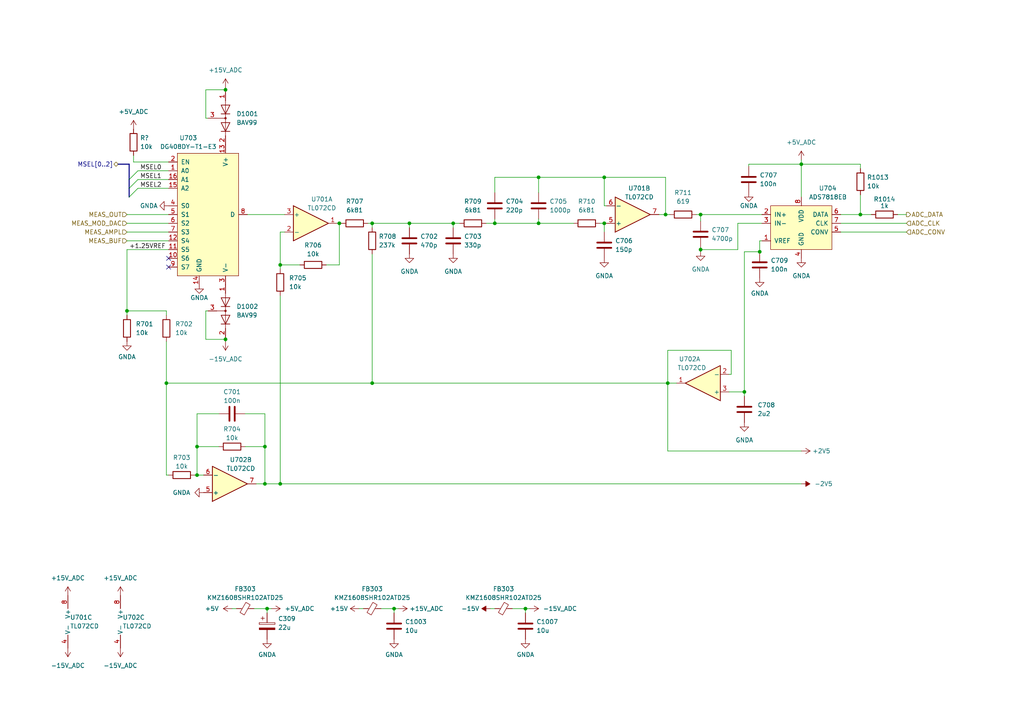
<source format=kicad_sch>
(kicad_sch (version 20230121) (generator eeschema)
  (paper "A4")
  (title_block (date "2023-07-12") (rev "1.1"))
  (lib_symbols
    (symbol "Amplifier_Operational:TL072" (pin_names (offset 0.127))
      (property "Reference" "U" (at 0 5.08 0))
      (property "Value" "TL072" (at 0 -5.08 0))
      (symbol "TL072_1_1"
        (polyline (pts (xy -5.08 5.08) (xy 5.08 0) (xy -5.08 -5.08) (xy -5.08 5.08)) (stroke (width 0.254)) (fill (type background)))
        (pin output line (at 7.62 0 180) (length 2.54) (name "~") (number "1"))
        (pin input line (at -7.62 -2.54 0) (length 2.54) (name "-") (number "2"))
        (pin input line (at -7.62 2.54 0) (length 2.54) (name "+") (number "3"))
      )
      (symbol "TL072_2_1"
        (polyline (pts (xy -5.08 5.08) (xy 5.08 0) (xy -5.08 -5.08) (xy -5.08 5.08)) (stroke (width 0.254)) (fill (type background)))
        (pin input line (at -7.62 2.54 0) (length 2.54) (name "+") (number "5"))
        (pin input line (at -7.62 -2.54 0) (length 2.54) (name "-") (number "6"))
        (pin output line (at 7.62 0 180) (length 2.54) (name "~") (number "7"))
      )
      (symbol "TL072_3_1"
        (pin power_in line (at -2.54 -7.62 90) (length 3.81) (name "V-") (number "4"))
        (pin power_in line (at -2.54 7.62 270) (length 3.81) (name "V+") (number "8"))
      )
    )
    (symbol "Device:C" (pin_numbers hide) (pin_names (offset 0.254))
      (property "Reference" "C" (at 0.635 2.54 0))
      (property "Value" "C" (at 0.635 -2.54 0))
      (symbol "C_0_1"
        (polyline (pts (xy -2.032 -0.762) (xy 2.032 -0.762)) (stroke (width 0.508)))
        (polyline (pts (xy -2.032 0.762) (xy 2.032 0.762)) (stroke (width 0.508)))
      )
      (symbol "C_1_1"
        (pin passive line (at 0 3.81 270) (length 2.794) (name "~") (number "1"))
        (pin passive line (at 0 -3.81 90) (length 2.794) (name "~") (number "2"))
      )
    )
    (symbol "Device:C_Polarized" (pin_numbers hide) (pin_names (offset 0.254))
      (property "Reference" "C" (at 0.635 2.54 0))
      (property "Value" "C_Polarized" (at 0.635 -2.54 0))
      (symbol "C_Polarized_0_1"
        (rectangle (start -2.286 0.508) (end 2.286 1.016))
        (polyline (pts (xy -1.778 2.286) (xy -0.762 2.286)))
        (polyline (pts (xy -1.27 2.794) (xy -1.27 1.778)))
        (rectangle (start 2.286 -0.508) (end -2.286 -1.016) (fill (type outline)))
      )
      (symbol "C_Polarized_1_1"
        (pin passive line (at 0 3.81 270) (length 2.794) (name "~") (number "1"))
        (pin passive line (at 0 -3.81 90) (length 2.794) (name "~") (number "2"))
      )
    )
    (symbol "Device:FerriteBead_Small" (pin_numbers hide) (pin_names (offset 0))
      (property "Reference" "FB" (at 1.905 1.27 0))
      (property "Value" "FerriteBead_Small" (at 1.905 -1.27 0))
      (symbol "FerriteBead_Small_0_1"
        (polyline (pts (xy 0 -1.27) (xy 0 -0.7874)))
        (polyline (pts (xy 0 0.889) (xy 0 1.2954)))
        (polyline (pts (xy -1.8288 0.2794) (xy -1.1176 1.4986) (xy 1.8288 -0.2032) (xy 1.1176 -1.4224) (xy -1.8288 0.2794)))
      )
      (symbol "FerriteBead_Small_1_1"
        (pin passive line (at 0 2.54 270) (length 1.27) (name "~") (number "1"))
        (pin passive line (at 0 -2.54 90) (length 1.27) (name "~") (number "2"))
      )
    )
    (symbol "Device:R" (pin_numbers hide) (pin_names (offset 0))
      (property "Reference" "R" (at 2.032 0 90))
      (property "Value" "R" (at 0 0 90))
      (symbol "R_0_1"
        (rectangle (start -1.016 -2.54) (end 1.016 2.54) (stroke (width 0.254)))
      )
      (symbol "R_1_1"
        (pin passive line (at 0 3.81 270) (length 1.27) (name "~") (number "1"))
        (pin passive line (at 0 -3.81 90) (length 1.27) (name "~") (number "2"))
      )
    )
    (symbol "Diode:BAV99" (pin_names hide)
      (property "Reference" "D" (at 0 5.08 0))
      (property "Value" "BAV99" (at 0 2.54 0))
      (symbol "BAV99_0_1"
        (polyline (pts (xy -5.08 0) (xy 5.08 0)))
      )
      (symbol "BAV99_1_1"
        (polyline (pts (xy 0 0) (xy 0 -2.54)))
        (polyline (pts (xy -1.27 -1.27) (xy -1.27 1.27) (xy -1.27 1.27)) (stroke (width 0.2032)))
        (polyline (pts (xy 3.81 1.27) (xy 3.81 -1.27) (xy 3.81 -1.27)) (stroke (width 0.2032)))
        (polyline (pts (xy -3.81 1.27) (xy -1.27 0) (xy -3.81 -1.27) (xy -3.81 1.27) (xy -3.81 1.27) (xy -3.81 1.27)) (stroke (width 0.2032)))
        (polyline (pts (xy 1.27 1.27) (xy 3.81 0) (xy 1.27 -1.27) (xy 1.27 1.27) (xy 1.27 1.27) (xy 1.27 1.27)) (stroke (width 0.2032)))
        (circle (center 0 0) (radius 0.254) (fill (type outline)))
        (pin passive line (at -7.62 0 0) (length 2.54) (name "K") (number "1"))
        (pin passive line (at 7.62 0 180) (length 2.54) (name "A") (number "2"))
        (pin passive line (at 0 -5.08 90) (length 2.54) (name "K") (number "3"))
      )
    )
    (symbol "ETH1CFGEN1:+15V_ADC" (power) (pin_names (offset 0))
      (property "Value" "+15V_ADC" (at 0 3.556 0))
      (symbol "+15V_ADC_0_1"
        (polyline (pts (xy -0.762 1.27) (xy 0 2.54)))
        (polyline (pts (xy 0 0) (xy 0 2.54)))
        (polyline (pts (xy 0 2.54) (xy 0.762 1.27)))
      )
      (symbol "+15V_ADC_1_1"
        (pin power_in line (at 0 0 90) (length 0) hide (name "+15V_ADC") (number "1"))
      )
    )
    (symbol "ETH1CFGEN1:+5V_ADC" (power) (pin_names (offset 0))
      (property "Value" "+5V_ADC" (at 0 3.556 0))
      (symbol "+5V_ADC_0_1"
        (polyline (pts (xy -0.762 1.27) (xy 0 2.54)))
        (polyline (pts (xy 0 0) (xy 0 2.54)))
        (polyline (pts (xy 0 2.54) (xy 0.762 1.27)))
      )
      (symbol "+5V_ADC_1_1"
        (pin power_in line (at 0 0 90) (length 0) hide (name "+5V_ADC") (number "1"))
      )
    )
    (symbol "ETH1CFGEN1:-15V_ADC" (power) (pin_names (offset 0))
      (property "Value" "-15V_ADC" (at 0 3.556 0))
      (symbol "-15V_ADC_0_1"
        (polyline (pts (xy -0.762 1.27) (xy 0 2.54)))
        (polyline (pts (xy 0 0) (xy 0 2.54)))
        (polyline (pts (xy 0 2.54) (xy 0.762 1.27)))
      )
      (symbol "-15V_ADC_1_1"
        (pin power_in line (at 0 0 90) (length 0) hide (name "-15V_ADC") (number "1"))
      )
    )
    (symbol "ETH1CFGEN1:ADS7818" (pin_names (offset 1.016))
      (property "Reference" "U" (at -6.35 7.62 0))
      (property "Value" "ADS7818" (at 6.35 7.62 0))
      (symbol "ADS7818_0_1"
        (rectangle (start -8.89 6.35) (end 8.89 -6.35) (fill (type background)))
      )
      (symbol "ADS7818_1_1"
        (pin output line (at -11.43 -3.81 0) (length 2.54) (name "VREF") (number "1"))
        (pin input line (at -11.43 3.81 0) (length 2.54) (name "IN+") (number "2"))
        (pin input line (at -11.43 1.27 0) (length 2.54) (name "IN-") (number "3"))
        (pin input line (at 0 -8.89 90) (length 2.54) (name "GND") (number "4"))
        (pin input line (at 11.43 -1.27 180) (length 2.54) (name "CONV") (number "5"))
        (pin input line (at 11.43 3.81 180) (length 2.54) (name "DATA") (number "6"))
        (pin input line (at 11.43 1.27 180) (length 2.54) (name "CLK") (number "7"))
        (pin passive line (at 0 8.89 270) (length 2.54) (name "VDD") (number "8"))
      )
    )
    (symbol "ETH1CFGEN1:DG408DY" (pin_names (offset 1.016))
      (property "Reference" "U" (at -7.62 19.05 0))
      (property "Value" "DG408DY" (at 0 0 0))
      (symbol "DG408DY_0_1"
        (rectangle (start -8.89 17.78) (end 8.89 -17.78) (fill (type background)))
      )
      (symbol "DG408DY_1_1"
        (pin input line (at -11.43 12.7 0) (length 2.54) (name "A0") (number "1"))
        (pin passive line (at -11.43 -12.7 0) (length 2.54) (name "S6") (number "10"))
        (pin passive line (at -11.43 -10.16 0) (length 2.54) (name "S5") (number "11"))
        (pin passive line (at -11.43 -7.62 0) (length 2.54) (name "S4") (number "12"))
        (pin passive line (at 5.08 20.32 270) (length 2.54) (name "V+") (number "13"))
        (pin passive line (at -2.54 -20.32 90) (length 2.54) (name "GND") (number "14"))
        (pin input line (at -11.43 7.62 0) (length 2.54) (name "A2") (number "15"))
        (pin input line (at -11.43 10.16 0) (length 2.54) (name "A1") (number "16"))
        (pin input line (at -11.43 15.24 0) (length 2.54) (name "EN") (number "2"))
        (pin passive line (at 5.08 -20.32 90) (length 2.54) (name "V-") (number "3"))
        (pin passive line (at -11.43 2.54 0) (length 2.54) (name "S0") (number "4"))
        (pin passive line (at -11.43 0 0) (length 2.54) (name "S1") (number "5"))
        (pin passive line (at -11.43 -2.54 0) (length 2.54) (name "S2") (number "6"))
        (pin passive line (at -11.43 -5.08 0) (length 2.54) (name "S3") (number "7"))
        (pin bidirectional line (at 11.43 0 180) (length 2.54) (name "D") (number "8"))
        (pin passive line (at -11.43 -15.24 0) (length 2.54) (name "S7") (number "9"))
      )
    )
    (symbol "power:+15V" (power) (pin_names (offset 0))
      (property "Value" "+15V" (at 0 3.556 0))
      (symbol "+15V_0_1"
        (polyline (pts (xy -0.762 1.27) (xy 0 2.54)))
        (polyline (pts (xy 0 0) (xy 0 2.54)))
        (polyline (pts (xy 0 2.54) (xy 0.762 1.27)))
      )
      (symbol "+15V_1_1"
        (pin power_in line (at 0 0 90) (length 0) hide (name "+15V") (number "1"))
      )
    )
    (symbol "power:+2V5" (power) (pin_names (offset 0))
      (property "Value" "+2V5" (at 0 3.556 0))
      (symbol "+2V5_0_1"
        (polyline (pts (xy -0.762 1.27) (xy 0 2.54)))
        (polyline (pts (xy 0 0) (xy 0 2.54)))
        (polyline (pts (xy 0 2.54) (xy 0.762 1.27)))
      )
      (symbol "+2V5_1_1"
        (pin power_in line (at 0 0 90) (length 0) hide (name "+2V5") (number "1"))
      )
    )
    (symbol "power:+5V" (power) (pin_names (offset 0))
      (property "Value" "+5V" (at 0 3.556 0))
      (symbol "+5V_0_1"
        (polyline (pts (xy -0.762 1.27) (xy 0 2.54)))
        (polyline (pts (xy 0 0) (xy 0 2.54)))
        (polyline (pts (xy 0 2.54) (xy 0.762 1.27)))
      )
      (symbol "+5V_1_1"
        (pin power_in line (at 0 0 90) (length 0) hide (name "+5V") (number "1"))
      )
    )
    (symbol "power:-15V" (power) (pin_names (offset 0))
      (property "Value" "-15V" (at 0 3.81 0))
      (symbol "-15V_0_0"
        (pin power_in line (at 0 0 90) (length 0) hide (name "-15V") (number "1"))
      )
      (symbol "-15V_0_1"
        (polyline (pts (xy 0 0) (xy 0 1.27) (xy 0.762 1.27) (xy 0 2.54) (xy -0.762 1.27) (xy 0 1.27)) (fill (type outline)))
      )
    )
    (symbol "power:-2V5" (power) (pin_names (offset 0))
      (property "Value" "-2V5" (at 0 3.81 0))
      (symbol "-2V5_0_0"
        (pin power_in line (at 0 0 90) (length 0) hide (name "-2V5") (number "1"))
      )
      (symbol "-2V5_0_1"
        (polyline (pts (xy 0 0) (xy 0 1.27) (xy 0.762 1.27) (xy 0 2.54) (xy -0.762 1.27) (xy 0 1.27)) (fill (type outline)))
      )
    )
    (symbol "power:GNDA" (power) (pin_names (offset 0))
      (property "Value" "GNDA" (at 0 -3.81 0))
      (symbol "GNDA_0_1"
        (polyline (pts (xy 0 0) (xy 0 -1.27) (xy 1.27 -1.27) (xy 0 -2.54) (xy -1.27 -1.27) (xy 0 -1.27)))
      )
      (symbol "GNDA_1_1"
        (pin power_in line (at 0 0 270) (length 0) hide (name "GNDA") (number "1"))
      )
    )
  )
  (junction (at 114.3 176.53))
  (junction (at 65.405 98.425))
  (junction (at 76.835 140.335))
  (junction (at 156.21 64.77))
  (junction (at 131.445 64.77))
  (junction (at 36.83 90.17))
  (junction (at 203.2 62.23))
  (junction (at 107.95 111.125))
  (junction (at 48.26 111.125))
  (junction (at 118.745 64.77))
  (junction (at 156.21 51.435))
  (junction (at 193.675 111.125))
  (junction (at 193.04 62.23))
  (junction (at 76.835 129.54))
  (junction (at 57.15 137.795))
  (junction (at 107.95 64.77))
  (junction (at 65.405 26.035))
  (junction (at 77.47 176.53))
  (junction (at 175.26 51.435))
  (junction (at 220.345 73.025))
  (junction (at 152.4 176.53))
  (junction (at 232.41 47.625))
  (junction (at 175.26 64.77))
  (junction (at 215.9 113.665))
  (junction (at 249.555 62.23))
  (junction (at 81.28 140.335))
  (junction (at 81.28 76.835))
  (junction (at 203.2 72.39))
  (junction (at 98.425 64.77))
  (junction (at 143.51 64.77))
  (junction (at 57.15 129.54))
  (no_connect (at 48.895 77.47))
  (no_connect (at 48.895 74.93))
  (bus_entry (at 37.465 57.15) (size 2.54 -2.54))
  (bus_entry (at 37.465 54.61) (size 2.54 -2.54))
  (bus_entry (at 37.465 52.07) (size 2.54 -2.54))
  (wire (pts (xy 48.26 111.125) (xy 107.95 111.125)))
  (wire (pts (xy 152.4 177.8) (xy 152.4 176.53)))
  (wire (pts (xy 63.5 129.54) (xy 57.15 129.54)))
  (wire (pts (xy 40.005 52.07) (xy 48.895 52.07)))
  (wire (pts (xy 249.555 48.895) (xy 249.555 47.625)))
  (wire (pts (xy 65.405 98.425) (xy 65.405 97.79)))
  (wire (pts (xy 114.3 176.53) (xy 115.57 176.53)))
  (wire (pts (xy 173.99 64.77) (xy 175.26 64.77)))
  (wire (pts (xy 81.28 76.835) (xy 81.28 78.105)))
  (wire (pts (xy 193.675 111.125) (xy 193.675 130.81)))
  (wire (pts (xy 215.9 73.025) (xy 220.345 73.025)))
  (wire (pts (xy 76.835 120.015) (xy 76.835 129.54)))
  (wire (pts (xy 212.09 101.6) (xy 212.09 108.585)))
  (wire (pts (xy 76.835 129.54) (xy 71.12 129.54)))
  (wire (pts (xy 98.425 64.77) (xy 97.79 64.77)))
  (wire (pts (xy 203.2 72.39) (xy 203.2 73.025)))
  (wire (pts (xy 118.745 64.77) (xy 131.445 64.77)))
  (wire (pts (xy 243.84 62.23) (xy 249.555 62.23)))
  (wire (pts (xy 59.69 98.425) (xy 65.405 98.425)))
  (wire (pts (xy 201.93 62.23) (xy 203.2 62.23)))
  (wire (pts (xy 193.04 51.435) (xy 193.04 62.23)))
  (wire (pts (xy 65.405 98.425) (xy 65.405 99.06)))
  (wire (pts (xy 217.17 48.26) (xy 217.17 47.625)))
  (wire (pts (xy 86.995 76.835) (xy 81.28 76.835)))
  (wire (pts (xy 193.675 101.6) (xy 212.09 101.6)))
  (wire (pts (xy 193.675 130.81) (xy 232.41 130.81)))
  (wire (pts (xy 59.69 34.29) (xy 59.69 26.035)))
  (wire (pts (xy 40.005 54.61) (xy 48.895 54.61)))
  (wire (pts (xy 76.835 140.335) (xy 76.835 129.54)))
  (wire (pts (xy 114.3 176.53) (xy 110.49 176.53)))
  (wire (pts (xy 249.555 47.625) (xy 232.41 47.625)))
  (wire (pts (xy 203.2 72.39) (xy 213.995 72.39)))
  (wire (pts (xy 38.735 46.99) (xy 38.735 45.085)))
  (wire (pts (xy 194.31 62.23) (xy 193.04 62.23)))
  (wire (pts (xy 106.68 64.77) (xy 107.95 64.77)))
  (wire (pts (xy 57.15 137.795) (xy 59.055 137.795)))
  (wire (pts (xy 232.41 46.355) (xy 232.41 47.625)))
  (wire (pts (xy 156.21 51.435) (xy 175.26 51.435)))
  (wire (pts (xy 48.26 137.795) (xy 48.26 111.125)))
  (wire (pts (xy 203.2 71.755) (xy 203.2 72.39)))
  (bus (pts (xy 37.465 54.61) (xy 37.465 52.07)))
  (wire (pts (xy 152.4 176.53) (xy 148.59 176.53)))
  (wire (pts (xy 118.745 64.77) (xy 107.95 64.77)))
  (wire (pts (xy 203.2 62.23) (xy 220.98 62.23)))
  (wire (pts (xy 193.04 62.23) (xy 191.135 62.23)))
  (wire (pts (xy 175.26 51.435) (xy 175.26 59.69)))
  (wire (pts (xy 81.28 85.725) (xy 81.28 140.335)))
  (wire (pts (xy 40.005 49.53) (xy 48.895 49.53)))
  (wire (pts (xy 81.28 76.835) (xy 81.28 67.31)))
  (wire (pts (xy 71.12 120.015) (xy 76.835 120.015)))
  (wire (pts (xy 36.83 69.85) (xy 48.895 69.85)))
  (wire (pts (xy 48.26 91.44) (xy 48.26 90.17)))
  (wire (pts (xy 107.95 73.66) (xy 107.95 111.125)))
  (wire (pts (xy 36.83 90.17) (xy 36.83 91.44)))
  (wire (pts (xy 143.51 63.5) (xy 143.51 64.77)))
  (wire (pts (xy 36.83 67.31) (xy 48.895 67.31)))
  (wire (pts (xy 213.995 64.77) (xy 220.98 64.77)))
  (wire (pts (xy 143.51 51.435) (xy 143.51 55.88)))
  (wire (pts (xy 36.83 90.17) (xy 48.26 90.17)))
  (wire (pts (xy 213.995 72.39) (xy 213.995 64.77)))
  (wire (pts (xy 71.755 62.23) (xy 82.55 62.23)))
  (wire (pts (xy 77.47 176.53) (xy 73.66 176.53)))
  (wire (pts (xy 152.4 176.53) (xy 153.67 176.53)))
  (wire (pts (xy 77.47 177.8) (xy 77.47 176.53)))
  (wire (pts (xy 104.14 176.53) (xy 105.41 176.53)))
  (wire (pts (xy 56.515 137.795) (xy 57.15 137.795)))
  (wire (pts (xy 211.455 113.665) (xy 215.9 113.665)))
  (wire (pts (xy 36.83 62.23) (xy 48.895 62.23)))
  (wire (pts (xy 59.69 26.035) (xy 65.405 26.035)))
  (wire (pts (xy 249.555 62.23) (xy 252.73 62.23)))
  (wire (pts (xy 76.835 140.335) (xy 81.28 140.335)))
  (wire (pts (xy 215.9 73.025) (xy 215.9 113.665)))
  (wire (pts (xy 81.28 140.335) (xy 232.41 140.335)))
  (wire (pts (xy 74.295 140.335) (xy 76.835 140.335)))
  (wire (pts (xy 215.9 113.665) (xy 215.9 114.935)))
  (wire (pts (xy 156.21 64.77) (xy 156.21 63.5)))
  (wire (pts (xy 57.15 120.015) (xy 57.15 129.54)))
  (wire (pts (xy 36.83 72.39) (xy 48.895 72.39)))
  (wire (pts (xy 143.51 64.77) (xy 156.21 64.77)))
  (wire (pts (xy 65.405 26.035) (xy 65.405 26.67)))
  (wire (pts (xy 203.2 64.135) (xy 203.2 62.23)))
  (wire (pts (xy 36.83 64.77) (xy 48.895 64.77)))
  (wire (pts (xy 175.26 64.77) (xy 175.895 64.77)))
  (wire (pts (xy 243.84 67.31) (xy 262.89 67.31)))
  (wire (pts (xy 98.425 64.77) (xy 99.06 64.77)))
  (wire (pts (xy 243.84 64.77) (xy 262.89 64.77)))
  (wire (pts (xy 175.26 67.31) (xy 175.26 64.77)))
  (wire (pts (xy 220.345 73.025) (xy 220.345 69.85)))
  (bus (pts (xy 37.465 52.07) (xy 37.465 47.625)))
  (wire (pts (xy 114.3 177.8) (xy 114.3 176.53)))
  (wire (pts (xy 212.09 108.585) (xy 211.455 108.585)))
  (wire (pts (xy 60.325 90.17) (xy 59.69 90.17)))
  (wire (pts (xy 59.69 90.17) (xy 59.69 98.425)))
  (wire (pts (xy 67.31 176.53) (xy 68.58 176.53)))
  (wire (pts (xy 249.555 62.23) (xy 249.555 56.515)))
  (wire (pts (xy 60.325 34.29) (xy 59.69 34.29)))
  (wire (pts (xy 36.83 72.39) (xy 36.83 90.17)))
  (wire (pts (xy 193.675 111.125) (xy 196.215 111.125)))
  (wire (pts (xy 48.895 46.99) (xy 38.735 46.99)))
  (wire (pts (xy 48.26 99.06) (xy 48.26 111.125)))
  (wire (pts (xy 140.97 64.77) (xy 143.51 64.77)))
  (wire (pts (xy 57.15 129.54) (xy 57.15 137.795)))
  (wire (pts (xy 65.405 25.4) (xy 65.405 26.035)))
  (wire (pts (xy 118.745 66.04) (xy 118.745 64.77)))
  (wire (pts (xy 143.51 51.435) (xy 156.21 51.435)))
  (wire (pts (xy 48.895 137.795) (xy 48.26 137.795)))
  (wire (pts (xy 193.675 111.125) (xy 107.95 111.125)))
  (wire (pts (xy 232.41 47.625) (xy 232.41 57.15)))
  (wire (pts (xy 156.21 51.435) (xy 156.21 55.88)))
  (wire (pts (xy 175.26 51.435) (xy 193.04 51.435)))
  (wire (pts (xy 81.28 67.31) (xy 82.55 67.31)))
  (wire (pts (xy 131.445 64.77) (xy 133.35 64.77)))
  (wire (pts (xy 94.615 76.835) (xy 98.425 76.835)))
  (wire (pts (xy 260.35 62.23) (xy 262.89 62.23)))
  (bus (pts (xy 34.29 47.625) (xy 37.465 47.625)))
  (wire (pts (xy 142.24 176.53) (xy 143.51 176.53)))
  (wire (pts (xy 57.15 120.015) (xy 63.5 120.015)))
  (wire (pts (xy 107.95 66.04) (xy 107.95 64.77)))
  (wire (pts (xy 220.345 69.85) (xy 220.98 69.85)))
  (wire (pts (xy 77.47 176.53) (xy 78.74 176.53)))
  (wire (pts (xy 98.425 76.835) (xy 98.425 64.77)))
  (wire (pts (xy 175.26 59.69) (xy 175.895 59.69)))
  (bus (pts (xy 37.465 57.15) (xy 37.465 54.61)))
  (wire (pts (xy 131.445 66.04) (xy 131.445 64.77)))
  (wire (pts (xy 193.675 101.6) (xy 193.675 111.125)))
  (wire (pts (xy 156.21 64.77) (xy 166.37 64.77)))
  (wire (pts (xy 217.17 47.625) (xy 232.41 47.625)))
  (label "MSEL1" (at 40.64 52.07 0))
  (label "MSEL0" (at 40.64 49.53 0))
  (label "+1.25VREF" (at 37.465 72.39 0))
  (label "MSEL2" (at 40.64 54.61 0))
  (hierarchical_label "ADC_CLK" (shape input) (at 262.89 64.77 0))
  (hierarchical_label "MEAS_BUF" (shape input) (at 36.83 69.85 180))
  (hierarchical_label "MEAS_MOD_DAC" (shape input) (at 36.83 64.77 180))
  (hierarchical_label "MEAS_AMPL" (shape input) (at 36.83 67.31 180))
  (hierarchical_label "MEAS_OUT" (shape input) (at 36.83 62.23 180))
  (hierarchical_label "ADC_CONV" (shape input) (at 262.89 67.31 0))
  (hierarchical_label "ADC_DATA" (shape output) (at 262.89 62.23 0))
  (hierarchical_label "MSEL[0..2]" (shape bidirectional) (at 34.29 47.625 180))
  (symbol (lib_id "Device:C") (at 203.2 67.945 0) (unit 1)
    (property "Reference" "C707" (at 206.375 66.675 0) (effects (justify left)))
    (property "Value" "4700p" (at 206.375 69.215 0) (effects (justify left)))
    (property "Footprint" "Capacitor_SMD:C_0603_1608Metric_Pad1.08x0.95mm_HandSolder" (effects hide))
    (instances (project "ETH1CFGEN1B" (path "" (reference "C707") (unit 1))) (project "ETH1CFGEN1" (path "" (reference "C1010") (unit 1))))
  )
  (symbol (lib_id "Device:C") (at 152.4 181.61 0) (unit 1)
    (property "Reference" "C1007" (at 155.575 180.34 0) (effects (justify left)))
    (property "Value" "10u" (at 155.575 182.88 0) (effects (justify left)))
    (property "Footprint" "Capacitor_SMD:C_1206_3216Metric_Pad1.33x1.80mm_HandSolder" (effects hide))
  )
  (symbol (lib_id "power:GNDA") (at 57.785 82.55 0) (unit 1)
    (property "Reference" "#PWR0703" (effects hide))
    (property "Value" "GNDA" (at 57.785 86.36 0))
    (instances (project "ETH1CFGEN1B" (path "" (reference "#PWR0703") (unit 1))) (project "ETH1CFGEN1" (path "" (reference "#PWR01008") (unit 1))))
  )
  (symbol (lib_id "Device:R") (at 102.87 64.77 90) (unit 1)
    (property "Reference" "R707" (at 102.87 58.42 90))
    (property "Value" "6k81" (at 102.87 60.96 90))
    (property "Footprint" "Resistor_SMD:R_0603_1608Metric_Pad0.98x0.95mm_HandSolder" (effects hide))
    (instances (project "ETH1CFGEN1B" (path "" (reference "R707") (unit 1))) (project "ETH1CFGEN1" (path "" (reference "R1008") (unit 1))))
  )
  (symbol (lib_id "Amplifier_Operational:TL072") (at 66.675 140.335 0) (mirror x) (unit 2)
    (property "Reference" "U702" (at 69.85 133.35 0))
    (property "Value" "TL072CD" (at 69.85 135.89 0))
    (property "Footprint" "Package_SO:SOIC-8_3.9x4.9mm_P1.27mm" (effects hide))
    (property "Datasheet" "http://www.ti.com/lit/ds/symlink/tl071.pdf" (effects hide))
    (instances (project "ETH1CFGEN1B" (path "" (reference "U702") (unit 2))) (project "ETH1CFGEN1" (path "" (reference "U1002") (unit 2))))
  )
  (symbol (lib_id "ETH1CFGEN1:-15V_ADC") (at 34.925 187.96 180) (unit 1)
    (property "Reference" "#PWR01004" (effects hide))
    (property "Value" "-15V_ADC" (at 34.925 193.04 0))
  )
  (symbol (lib_id "power:-2V5") (at 232.41 140.335 270) (unit 1)
    (property "Reference" "#PWR0712" (effects hide))
    (property "Value" "-2V5" (at 236.22 140.335 90) (effects (justify left)))
    (instances (project "ETH1CFGEN1B" (path "" (reference "#PWR0712") (unit 1))) (project "ETH1CFGEN1" (path "" (reference "#PWR01031") (unit 1))))
  )
  (symbol (lib_id "power:+15V") (at 104.14 176.53 90) (unit 1)
    (property "Reference" "#PWR01015" (effects hide))
    (property "Value" "+15V" (at 100.965 176.53 90) (effects (justify left)))
  )
  (symbol (lib_id "ETH1CFGEN1:+5V_ADC") (at 232.41 46.355 0) (unit 1)
    (property "Reference" "#PWR01028" (effects hide))
    (property "Value" "+5V_ADC" (at 232.41 41.275 0))
  )
  (symbol (lib_id "Device:R") (at 52.705 137.795 90) (unit 1)
    (property "Reference" "R703" (at 52.705 132.715 90))
    (property "Value" "10k" (at 52.705 135.255 90))
    (property "Footprint" "Resistor_SMD:R_0603_1608Metric_Pad0.98x0.95mm_HandSolder" (effects hide))
    (instances (project "ETH1CFGEN1B" (path "" (reference "R703") (unit 1))) (project "ETH1CFGEN1" (path "" (reference "R1004") (unit 1))))
  )
  (symbol (lib_id "ETH1CFGEN1:+15V_ADC") (at 115.57 176.53 270) (unit 1)
    (property "Reference" "#PWR01017" (effects hide))
    (property "Value" "+15V_ADC" (at 118.745 176.53 90) (effects (justify left)))
  )
  (symbol (lib_id "ETH1CFGEN1:+5V_ADC") (at 78.74 176.53 270) (unit 1)
    (property "Reference" "#PWR01014" (effects hide))
    (property "Value" "+5V_ADC" (at 82.55 176.53 90) (effects (justify left)))
  )
  (symbol (lib_id "power:GNDA") (at 131.445 73.66 0) (unit 1)
    (property "Reference" "#PWR0705" (effects hide))
    (property "Value" "GNDA" (at 131.445 78.74 0))
    (instances (project "ETH1CFGEN1B" (path "" (reference "#PWR0705") (unit 1))) (project "ETH1CFGEN1" (path "" (reference "#PWR01019") (unit 1))))
  )
  (symbol (lib_id "Device:C") (at 175.26 71.12 0) (unit 1)
    (property "Reference" "C706" (at 178.435 69.85 0) (effects (justify left)))
    (property "Value" "150p" (at 178.435 72.39 0) (effects (justify left)))
    (property "Footprint" "Capacitor_SMD:C_0603_1608Metric_Pad1.08x0.95mm_HandSolder" (effects hide))
    (instances (project "ETH1CFGEN1B" (path "" (reference "C706") (unit 1))) (project "ETH1CFGEN1" (path "" (reference "C1009") (unit 1))))
  )
  (symbol (lib_id "power:GNDA") (at 232.41 74.93 0) (unit 1)
    (property "Reference" "#PWR0710" (effects hide))
    (property "Value" "GNDA" (at 232.41 80.01 0))
    (instances (project "ETH1CFGEN1B" (path "" (reference "#PWR0710") (unit 1))) (project "ETH1CFGEN1" (path "" (reference "#PWR01029") (unit 1))))
  )
  (symbol (lib_id "ETH1CFGEN1:+5V_ADC") (at 38.735 37.465 0) (unit 1)
    (property "Reference" "#PWR01006" (effects hide))
    (property "Value" "+5V_ADC" (at 38.735 32.385 0))
  )
  (symbol (lib_id "Device:FerriteBead_Small") (at 146.05 176.53 90) (unit 1)
    (property "Reference" "FB303" (at 146.05 170.815 90))
    (property "Value" "KMZ1608SHR102ATD25" (at 146.05 173.355 90))
    (property "Footprint" "Inductor_SMD:L_0603_1608Metric_Pad1.05x0.95mm_HandSolder" (effects hide))
    (instances (project "ETH1CFGEN1B" (path "" (reference "FB303") (unit 1)) (path "" (reference "FB601") (unit 1))) (project "ETH1CFGEN1" (path "" (reference "FB901") (unit 1)) (path "" (reference "FB1003") (unit 1))))
  )
  (symbol (lib_id "Device:C_Polarized") (at 77.47 181.61 0) (unit 1)
    (property "Reference" "C309" (at 80.645 179.451 0) (effects (justify left)))
    (property "Value" "22u" (at 80.645 181.991 0) (effects (justify left)))
    (property "Footprint" "Capacitor_Tantalum_SMD:CP_EIA-7343-31_Kemet-D_Pad2.25x2.55mm_HandSolder" (effects hide))
    (instances (project "ETH1CFGEN1B" (path "" (reference "C309") (unit 1)) (path "" (reference "C606") (unit 1))) (project "ETH1CFGEN1" (path "" (reference "C906") (unit 1)) (path "" (reference "C1002") (unit 1))))
  )
  (symbol (lib_id "Device:C") (at 131.445 69.85 0) (unit 1)
    (property "Reference" "C703" (at 134.62 68.58 0) (effects (justify left)))
    (property "Value" "330p" (at 134.62 71.12 0) (effects (justify left)))
    (property "Footprint" "Capacitor_SMD:C_0603_1608Metric_Pad1.08x0.95mm_HandSolder" (effects hide))
    (instances (project "ETH1CFGEN1B" (path "" (reference "C703") (unit 1))) (project "ETH1CFGEN1" (path "" (reference "C1005") (unit 1))))
  )
  (symbol (lib_id "power:+2V5") (at 232.41 130.81 270) (unit 1)
    (property "Reference" "#PWR0711" (effects hide))
    (property "Value" "+2V5" (at 235.585 130.81 90) (effects (justify left)))
    (instances (project "ETH1CFGEN1B" (path "" (reference "#PWR0711") (unit 1))) (project "ETH1CFGEN1" (path "" (reference "#PWR01030") (unit 1))))
  )
  (symbol (lib_id "Device:C") (at 217.17 52.07 0) (unit 1)
    (property "Reference" "C707" (at 220.345 50.8 0) (effects (justify left)))
    (property "Value" "100n" (at 220.345 53.34 0) (effects (justify left)))
    (property "Footprint" "Capacitor_SMD:C_0603_1608Metric_Pad1.08x0.95mm_HandSolder" (effects hide))
    (instances (project "ETH1CFGEN1B" (path "" (reference "C707") (unit 1))) (project "ETH1CFGEN1" (path "" (reference "C1012") (unit 1))))
  )
  (symbol (lib_id "ETH1CFGEN1:-15V_ADC") (at 65.405 99.06 180) (unit 1)
    (property "Reference" "#PWR01011" (effects hide))
    (property "Value" "-15V_ADC" (at 65.405 104.14 0))
  )
  (symbol (lib_id "power:+5V") (at 67.31 176.53 90) (unit 1)
    (property "Reference" "#PWR01012" (effects hide))
    (property "Value" "+5V" (at 63.5 176.53 90) (effects (justify left)))
  )
  (symbol (lib_id "power:GNDA") (at 77.47 185.42 0) (unit 1)
    (property "Reference" "#PWR01013" (effects hide))
    (property "Value" "GNDA" (at 77.47 189.865 0))
  )
  (symbol (lib_id "power:GNDA") (at 220.345 80.645 0) (unit 1)
    (property "Reference" "#PWR0709" (effects hide))
    (property "Value" "GNDA" (at 220.345 85.09 0))
    (instances (project "ETH1CFGEN1B" (path "" (reference "#PWR0709") (unit 1))) (project "ETH1CFGEN1" (path "" (reference "#PWR01027") (unit 1))))
  )
  (symbol (lib_id "Device:C") (at 143.51 59.69 0) (unit 1)
    (property "Reference" "C704" (at 146.685 58.42 0) (effects (justify left)))
    (property "Value" "220p" (at 146.685 60.96 0) (effects (justify left)))
    (property "Footprint" "Capacitor_SMD:C_0603_1608Metric_Pad1.08x0.95mm_HandSolder" (effects hide))
    (instances (project "ETH1CFGEN1B" (path "" (reference "C704") (unit 1))) (project "ETH1CFGEN1" (path "" (reference "C1006") (unit 1))))
  )
  (symbol (lib_id "power:-15V") (at 142.24 176.53 90) (unit 1)
    (property "Reference" "#PWR01020" (effects hide))
    (property "Value" "-15V" (at 139.065 176.53 90) (effects (justify left)))
  )
  (symbol (lib_id "ETH1CFGEN1:+15V_ADC") (at 19.685 172.72 0) (unit 1)
    (property "Reference" "#PWR01001" (effects hide))
    (property "Value" "+15V_ADC" (at 19.685 167.64 0))
  )
  (symbol (lib_id "Amplifier_Operational:TL072") (at 183.515 62.23 0) (mirror x) (unit 2)
    (property "Reference" "U701" (at 185.42 54.61 0))
    (property "Value" "TL072CD" (at 185.42 57.15 0))
    (property "Footprint" "Package_SO:SOIC-8_3.9x4.9mm_P1.27mm" (effects hide))
    (property "Datasheet" "http://www.ti.com/lit/ds/symlink/tl071.pdf" (effects hide))
    (instances (project "ETH1CFGEN1B" (path "" (reference "U701") (unit 2))) (project "ETH1CFGEN1" (path "" (reference "U1001") (unit 2))))
  )
  (symbol (lib_id "Diode:BAV99") (at 65.405 34.29 270) (unit 1)
    (property "Reference" "D1001" (at 68.58 33.02 90) (effects (justify left)))
    (property "Value" "BAV99" (at 68.58 35.56 90) (effects (justify left)))
    (property "Footprint" "Package_TO_SOT_SMD:SOT-23" (effects hide))
    (property "Datasheet" "https://assets.nexperia.com/documents/data-sheet/BAV99_SER.pdf" (effects hide))
  )
  (symbol (lib_id "Device:FerriteBead_Small") (at 71.12 176.53 90) (unit 1)
    (property "Reference" "FB303" (at 71.12 170.815 90))
    (property "Value" "KMZ1608SHR102ATD25" (at 71.12 173.355 90))
    (property "Footprint" "Inductor_SMD:L_0603_1608Metric_Pad1.05x0.95mm_HandSolder" (effects hide))
    (instances (project "ETH1CFGEN1B" (path "" (reference "FB303") (unit 1)) (path "" (reference "FB601") (unit 1))) (project "ETH1CFGEN1" (path "" (reference "FB901") (unit 1)) (path "" (reference "FB1001") (unit 1))))
  )
  (symbol (lib_id "power:GNDA") (at 215.9 122.555 0) (unit 1)
    (property "Reference" "#PWR0708" (effects hide))
    (property "Value" "GNDA" (at 215.9 127.635 0))
    (instances (project "ETH1CFGEN1B" (path "" (reference "#PWR0708") (unit 1))) (project "ETH1CFGEN1" (path "" (reference "#PWR01025") (unit 1))))
  )
  (symbol (lib_id "ETH1CFGEN1:ADS7818") (at 232.41 66.04 0) (unit 1)
    (property "Reference" "U704" (at 237.49 54.61 0) (effects (justify left)))
    (property "Value" "ADS7818EB" (at 234.6041 57.15 0) (effects (justify left)))
    (property "Footprint" "Package_SO:TSSOP-8_3x3mm_P0.65mm" (effects hide))
    (instances (project "ETH1CFGEN1B" (path "" (reference "U704") (unit 1))) (project "ETH1CFGEN1" (path "" (reference "U1004") (unit 1))))
  )
  (symbol (lib_id "Amplifier_Operational:TL072") (at 90.17 64.77 0) (unit 1)
    (property "Reference" "U701" (at 93.345 57.785 0))
    (property "Value" "TL072CD" (at 93.345 60.325 0))
    (property "Footprint" "Package_SO:SOIC-8_3.9x4.9mm_P1.27mm" (effects hide))
    (property "Datasheet" "http://www.ti.com/lit/ds/symlink/tl071.pdf" (effects hide))
    (instances (project "ETH1CFGEN1B" (path "" (reference "U701") (unit 1))) (project "ETH1CFGEN1" (path "" (reference "U1001") (unit 1))))
  )
  (symbol (lib_id "Device:C") (at 114.3 181.61 0) (unit 1)
    (property "Reference" "C1003" (at 117.475 180.34 0) (effects (justify left)))
    (property "Value" "10u" (at 117.475 182.88 0) (effects (justify left)))
    (property "Footprint" "Capacitor_SMD:C_1206_3216Metric_Pad1.33x1.80mm_HandSolder" (effects hide))
  )
  (symbol (lib_id "Device:R") (at 137.16 64.77 90) (unit 1)
    (property "Reference" "R709" (at 137.16 58.42 90))
    (property "Value" "6k81" (at 137.16 60.96 90))
    (property "Footprint" "Resistor_SMD:R_0603_1608Metric_Pad0.98x0.95mm_HandSolder" (effects hide))
    (instances (project "ETH1CFGEN1B" (path "" (reference "R709") (unit 1))) (project "ETH1CFGEN1" (path "" (reference "R1010") (unit 1))))
  )
  (symbol (lib_id "Device:R") (at 249.555 52.705 0) (unit 1)
    (property "Reference" "R1013" (at 251.46 51.435 0) (effects (justify left)))
    (property "Value" "10k" (at 251.46 53.975 0) (effects (justify left)))
    (property "Footprint" "Resistor_SMD:R_0603_1608Metric_Pad0.98x0.95mm_HandSolder" (effects hide))
  )
  (symbol (lib_id "Device:R") (at 170.18 64.77 90) (unit 1)
    (property "Reference" "R710" (at 170.18 58.42 90))
    (property "Value" "6k81" (at 170.18 60.96 90))
    (property "Footprint" "Resistor_SMD:R_0603_1608Metric_Pad0.98x0.95mm_HandSolder" (effects hide))
    (instances (project "ETH1CFGEN1B" (path "" (reference "R710") (unit 1))) (project "ETH1CFGEN1" (path "" (reference "R1011") (unit 1))))
  )
  (symbol (lib_id "power:GNDA") (at 217.17 55.88 0) (unit 1)
    (property "Reference" "#PWR0707" (effects hide))
    (property "Value" "GNDA" (at 217.17 59.69 0))
    (instances (project "ETH1CFGEN1B" (path "" (reference "#PWR0707") (unit 1))) (project "ETH1CFGEN1" (path "" (reference "#PWR01026") (unit 1))))
  )
  (symbol (lib_id "Device:FerriteBead_Small") (at 107.95 176.53 90) (unit 1)
    (property "Reference" "FB303" (at 107.95 170.815 90))
    (property "Value" "KMZ1608SHR102ATD25" (at 107.95 173.355 90))
    (property "Footprint" "Inductor_SMD:L_0603_1608Metric_Pad1.05x0.95mm_HandSolder" (effects hide))
    (instances (project "ETH1CFGEN1B" (path "" (reference "FB303") (unit 1)) (path "" (reference "FB601") (unit 1))) (project "ETH1CFGEN1" (path "" (reference "FB901") (unit 1)) (path "" (reference "FB1002") (unit 1))))
  )
  (symbol (lib_id "Device:R") (at 107.95 69.85 0) (unit 1)
    (property "Reference" "R708" (at 109.855 68.58 0) (effects (justify left)))
    (property "Value" "237k" (at 109.855 71.12 0) (effects (justify left)))
    (property "Footprint" "Resistor_SMD:R_0603_1608Metric_Pad0.98x0.95mm_HandSolder" (effects hide))
    (instances (project "ETH1CFGEN1B" (path "" (reference "R708") (unit 1))) (project "ETH1CFGEN1" (path "" (reference "R1009") (unit 1))))
  )
  (symbol (lib_id "Device:R") (at 36.83 95.25 0) (unit 1)
    (property "Reference" "R701" (at 39.37 93.98 0) (effects (justify left)))
    (property "Value" "10k" (at 39.37 96.52 0) (effects (justify left)))
    (property "Footprint" "Resistor_SMD:R_0603_1608Metric_Pad0.98x0.95mm_HandSolder" (effects hide))
    (instances (project "ETH1CFGEN1B" (path "" (reference "R701") (unit 1))) (project "ETH1CFGEN1" (path "" (reference "R1001") (unit 1))))
  )
  (symbol (lib_id "power:GNDA") (at 203.2 73.025 0) (unit 1)
    (property "Reference" "#PWR0707" (effects hide))
    (property "Value" "GNDA" (at 203.2 78.105 0))
    (instances (project "ETH1CFGEN1B" (path "" (reference "#PWR0707") (unit 1))) (project "ETH1CFGEN1" (path "" (reference "#PWR01024") (unit 1))))
  )
  (symbol (lib_id "power:GNDA") (at 175.26 74.93 0) (unit 1)
    (property "Reference" "#PWR0706" (effects hide))
    (property "Value" "GNDA" (at 175.26 80.01 0))
    (instances (project "ETH1CFGEN1B" (path "" (reference "#PWR0706") (unit 1))) (project "ETH1CFGEN1" (path "" (reference "#PWR01023") (unit 1))))
  )
  (symbol (lib_id "ETH1CFGEN1:DG408DY") (at 60.325 62.23 0) (unit 1)
    (property "Reference" "U703" (at 54.61 40.005 0))
    (property "Value" "DG408DY-T1-E3" (at 54.61 42.545 0))
    (property "Footprint" "Package_SO:SOIC-16_3.9x9.9mm_P1.27mm" (effects hide))
    (instances (project "ETH1CFGEN1B" (path "" (reference "U703") (unit 1))) (project "ETH1CFGEN1" (path "" (reference "U1003") (unit 1))))
  )
  (symbol (lib_id "power:GNDA") (at 152.4 185.42 0) (unit 1)
    (property "Reference" "#PWR01021" (effects hide))
    (property "Value" "GNDA" (at 152.4 189.865 0))
  )
  (symbol (lib_id "power:GNDA") (at 36.83 99.06 0) (unit 1)
    (property "Reference" "#PWR0701" (effects hide))
    (property "Value" "GNDA" (at 36.83 103.505 0))
    (instances (project "ETH1CFGEN1B" (path "" (reference "#PWR0701") (unit 1))) (project "ETH1CFGEN1" (path "" (reference "#PWR01005") (unit 1))))
  )
  (symbol (lib_id "power:GNDA") (at 118.745 73.66 0) (unit 1)
    (property "Reference" "#PWR0704" (effects hide))
    (property "Value" "GNDA" (at 118.745 78.74 0))
    (instances (project "ETH1CFGEN1B" (path "" (reference "#PWR0704") (unit 1))) (project "ETH1CFGEN1" (path "" (reference "#PWR01018") (unit 1))))
  )
  (symbol (lib_id "Device:R") (at 48.26 95.25 0) (unit 1)
    (property "Reference" "R702" (at 50.8 93.98 0) (effects (justify left)))
    (property "Value" "10k" (at 50.8 96.52 0) (effects (justify left)))
    (property "Footprint" "Resistor_SMD:R_0603_1608Metric_Pad0.98x0.95mm_HandSolder" (effects hide))
    (instances (project "ETH1CFGEN1B" (path "" (reference "R702") (unit 1))) (project "ETH1CFGEN1" (path "" (reference "R1003") (unit 1))))
  )
  (symbol (lib_id "Device:R") (at 38.735 41.275 0) (unit 1)
    (property "Reference" "R?" (at 40.64 40.005 0) (effects (justify left)))
    (property "Value" "10k" (at 40.64 42.545 0) (effects (justify left)))
    (property "Footprint" "Resistor_SMD:R_0603_1608Metric_Pad0.98x0.95mm_HandSolder" (effects hide))
    (instances (project "ETH1CFGEN1B" (path "" (reference "R?") (unit 1))) (project "ETH1CFGEN1" (path "" (reference "R1002") (unit 1))))
  )
  (symbol (lib_id "power:GNDA") (at 48.895 59.69 270) (unit 1)
    (property "Reference" "#PWR0703" (effects hide))
    (property "Value" "GNDA" (at 43.18 59.69 90))
    (instances (project "ETH1CFGEN1B" (path "" (reference "#PWR0703") (unit 1))) (project "ETH1CFGEN1" (path "" (reference "#PWR01007") (unit 1))))
  )
  (symbol (lib_id "Amplifier_Operational:TL072") (at 22.225 180.34 0) (unit 3)
    (property "Reference" "U701" (at 20.32 179.07 0) (effects (justify left)))
    (property "Value" "TL072CD" (at 20.32 181.61 0) (effects (justify left)))
    (property "Footprint" "Package_SO:SOIC-8_3.9x4.9mm_P1.27mm" (effects hide))
    (property "Datasheet" "http://www.ti.com/lit/ds/symlink/tl071.pdf" (effects hide))
    (instances (project "ETH1CFGEN1B" (path "" (reference "U701") (unit 3))) (project "ETH1CFGEN1" (path "" (reference "U1001") (unit 3))))
  )
  (symbol (lib_id "Device:R") (at 256.54 62.23 90) (unit 1)
    (property "Reference" "R1014" (at 256.54 57.785 90))
    (property "Value" "1k" (at 256.54 59.69 90))
    (property "Footprint" "Resistor_SMD:R_0603_1608Metric_Pad0.98x0.95mm_HandSolder" (effects hide))
  )
  (symbol (lib_id "Amplifier_Operational:TL072") (at 37.465 180.34 0) (unit 3)
    (property "Reference" "U702" (at 35.56 179.07 0) (effects (justify left)))
    (property "Value" "TL072CD" (at 35.56 181.61 0) (effects (justify left)))
    (property "Footprint" "Package_SO:SOIC-8_3.9x4.9mm_P1.27mm" (effects hide))
    (property "Datasheet" "http://www.ti.com/lit/ds/symlink/tl071.pdf" (effects hide))
    (instances (project "ETH1CFGEN1B" (path "" (reference "U702") (unit 3))) (project "ETH1CFGEN1" (path "" (reference "U1002") (unit 3))))
  )
  (symbol (lib_id "Device:C") (at 215.9 118.745 0) (unit 1)
    (property "Reference" "C708" (at 219.71 117.475 0) (effects (justify left)))
    (property "Value" "2u2" (at 219.71 120.015 0) (effects (justify left)))
    (property "Footprint" "Capacitor_SMD:C_1206_3216Metric_Pad1.33x1.80mm_HandSolder" (effects hide))
    (instances (project "ETH1CFGEN1B" (path "" (reference "C708") (unit 1))) (project "ETH1CFGEN1" (path "" (reference "C1011") (unit 1))))
  )
  (symbol (lib_id "Device:C") (at 220.345 76.835 0) (unit 1)
    (property "Reference" "C709" (at 223.52 75.565 0) (effects (justify left)))
    (property "Value" "100n" (at 223.52 78.105 0) (effects (justify left)))
    (property "Footprint" "Capacitor_SMD:C_0603_1608Metric_Pad1.08x0.95mm_HandSolder" (effects hide))
    (instances (project "ETH1CFGEN1B" (path "" (reference "C709") (unit 1))) (project "ETH1CFGEN1" (path "" (reference "C1013") (unit 1))))
  )
  (symbol (lib_id "ETH1CFGEN1:+15V_ADC") (at 34.925 172.72 0) (unit 1)
    (property "Reference" "#PWR01003" (effects hide))
    (property "Value" "+15V_ADC" (at 34.925 167.64 0))
  )
  (symbol (lib_id "Diode:BAV99") (at 65.405 90.17 270) (unit 1)
    (property "Reference" "D1002" (at 68.58 88.9 90) (effects (justify left)))
    (property "Value" "BAV99" (at 68.58 91.44 90) (effects (justify left)))
    (property "Footprint" "Package_TO_SOT_SMD:SOT-23" (effects hide))
    (property "Datasheet" "https://assets.nexperia.com/documents/data-sheet/BAV99_SER.pdf" (effects hide))
  )
  (symbol (lib_id "Amplifier_Operational:TL072") (at 203.835 111.125 180) (unit 1)
    (property "Reference" "U702" (at 200.025 104.14 0))
    (property "Value" "TL072CD" (at 200.66 106.68 0))
    (property "Footprint" "Package_SO:SOIC-8_3.9x4.9mm_P1.27mm" (effects hide))
    (property "Datasheet" "http://www.ti.com/lit/ds/symlink/tl071.pdf" (effects hide))
    (instances (project "ETH1CFGEN1B" (path "" (reference "U702") (unit 1))) (project "ETH1CFGEN1" (path "" (reference "U1002") (unit 1))))
  )
  (symbol (lib_id "ETH1CFGEN1:-15V_ADC") (at 153.67 176.53 270) (unit 1)
    (property "Reference" "#PWR01022" (effects hide))
    (property "Value" "-15V_ADC" (at 157.48 176.53 90) (effects (justify left)))
  )
  (symbol (lib_id "Device:C") (at 67.31 120.015 90) (unit 1)
    (property "Reference" "C701" (at 67.31 113.665 90))
    (property "Value" "100n" (at 67.31 116.205 90))
    (property "Footprint" "Capacitor_SMD:C_0603_1608Metric_Pad1.08x0.95mm_HandSolder" (effects hide))
    (instances (project "ETH1CFGEN1B" (path "" (reference "C701") (unit 1))) (project "ETH1CFGEN1" (path "" (reference "C1001") (unit 1))))
  )
  (symbol (lib_id "Device:R") (at 90.805 76.835 90) (unit 1)
    (property "Reference" "R706" (at 90.805 71.12 90))
    (property "Value" "10k" (at 90.805 73.66 90))
    (property "Footprint" "Resistor_SMD:R_0603_1608Metric_Pad0.98x0.95mm_HandSolder" (effects hide))
    (instances (project "ETH1CFGEN1B" (path "" (reference "R706") (unit 1))) (project "ETH1CFGEN1" (path "" (reference "R1007") (unit 1))))
  )
  (symbol (lib_id "power:GNDA") (at 59.055 142.875 270) (unit 1)
    (property "Reference" "#PWR0702" (effects hide))
    (property "Value" "GNDA" (at 55.245 142.875 90) (effects (justify right)))
    (instances (project "ETH1CFGEN1B" (path "" (reference "#PWR0702") (unit 1))) (project "ETH1CFGEN1" (path "" (reference "#PWR01009") (unit 1))))
  )
  (symbol (lib_id "Device:C") (at 118.745 69.85 0) (unit 1)
    (property "Reference" "C702" (at 121.92 68.58 0) (effects (justify left)))
    (property "Value" "470p" (at 121.92 71.12 0) (effects (justify left)))
    (property "Footprint" "Capacitor_SMD:C_0603_1608Metric_Pad1.08x0.95mm_HandSolder" (effects hide))
    (instances (project "ETH1CFGEN1B" (path "" (reference "C702") (unit 1))) (project "ETH1CFGEN1" (path "" (reference "C1004") (unit 1))))
  )
  (symbol (lib_id "power:GNDA") (at 114.3 185.42 0) (unit 1)
    (property "Reference" "#PWR01016" (effects hide))
    (property "Value" "GNDA" (at 114.3 189.865 0))
  )
  (symbol (lib_id "Device:R") (at 198.12 62.23 90) (unit 1)
    (property "Reference" "R711" (at 198.12 55.88 90))
    (property "Value" "619" (at 198.12 58.42 90))
    (property "Footprint" "Resistor_SMD:R_0603_1608Metric_Pad0.98x0.95mm_HandSolder" (effects hide))
    (instances (project "ETH1CFGEN1B" (path "" (reference "R711") (unit 1))) (project "ETH1CFGEN1" (path "" (reference "R1012") (unit 1))))
  )
  (symbol (lib_id "Device:R") (at 67.31 129.54 90) (unit 1)
    (property "Reference" "R704" (at 67.31 124.46 90))
    (property "Value" "10k" (at 67.31 127 90))
    (property "Footprint" "Resistor_SMD:R_0603_1608Metric_Pad0.98x0.95mm_HandSolder" (effects hide))
    (instances (project "ETH1CFGEN1B" (path "" (reference "R704") (unit 1))) (project "ETH1CFGEN1" (path "" (reference "R1005") (unit 1))))
  )
  (symbol (lib_id "ETH1CFGEN1:-15V_ADC") (at 19.685 187.96 180) (unit 1)
    (property "Reference" "#PWR01002" (effects hide))
    (property "Value" "-15V_ADC" (at 19.685 193.04 0))
  )
  (symbol (lib_id "Device:C") (at 156.21 59.69 0) (unit 1)
    (property "Reference" "C705" (at 159.385 58.42 0) (effects (justify left)))
    (property "Value" "1000p" (at 159.385 60.96 0) (effects (justify left)))
    (property "Footprint" "Capacitor_SMD:C_0603_1608Metric_Pad1.08x0.95mm_HandSolder" (effects hide))
    (instances (project "ETH1CFGEN1B" (path "" (reference "C705") (unit 1))) (project "ETH1CFGEN1" (path "" (reference "C1008") (unit 1))))
  )
  (symbol (lib_id "Device:R") (at 81.28 81.915 0) (unit 1)
    (property "Reference" "R705" (at 83.82 80.645 0) (effects (justify left)))
    (property "Value" "10k" (at 83.82 83.185 0) (effects (justify left)))
    (property "Footprint" "Resistor_SMD:R_0603_1608Metric_Pad0.98x0.95mm_HandSolder" (effects hide))
    (instances (project "ETH1CFGEN1B" (path "" (reference "R705") (unit 1))) (project "ETH1CFGEN1" (path "" (reference "R1006") (unit 1))))
  )
  (symbol (lib_id "ETH1CFGEN1:+15V_ADC") (at 65.405 25.4 0) (unit 1)
    (property "Reference" "#PWR01010" (effects hide))
    (property "Value" "+15V_ADC" (at 65.405 20.32 0))
  )
)
</source>
